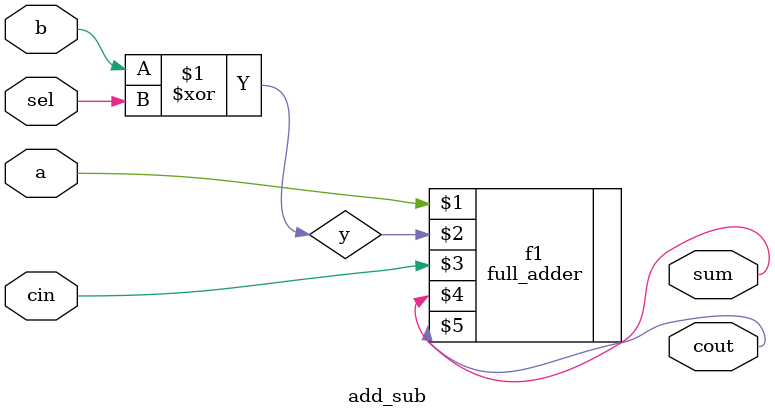
<source format=v>
/*--  *******************************************************
--  Computer Architecture Course, Laboratory Sources 
--  Amirkabir University of Technology (Tehran Polytechnic)
--  Department of Computer Engineering (CE-AUT)
--  https://ce[dot]aut[dot]ac[dot]ir
--  *******************************************************
--  All Rights reserved (C) 2019-2020
--  *******************************************************
--  Student ID  : 
--  Student Name: 
--  Student Mail: 
--  *******************************************************
--  Additional Comments:
--
--*/

/*-----------------------------------------------------------
---  Module Name: Single Bit Adder/Subtractor
---  Description: Lab 07 Part 1
-----------------------------------------------------------*/
`timescale 1 ns/1 ns

module add_sub (
	input a ,
	input b ,
	input cin ,
	input sel ,
	output sum ,
	output cout
);

	  wire y, sumAB, orAB, andAB, andABC;
	  //for finding if we want to + or we want to -
     xor  x1(y, b, sel);
     full_adder f1(a,y,cin,sum,cout);

endmodule
</source>
